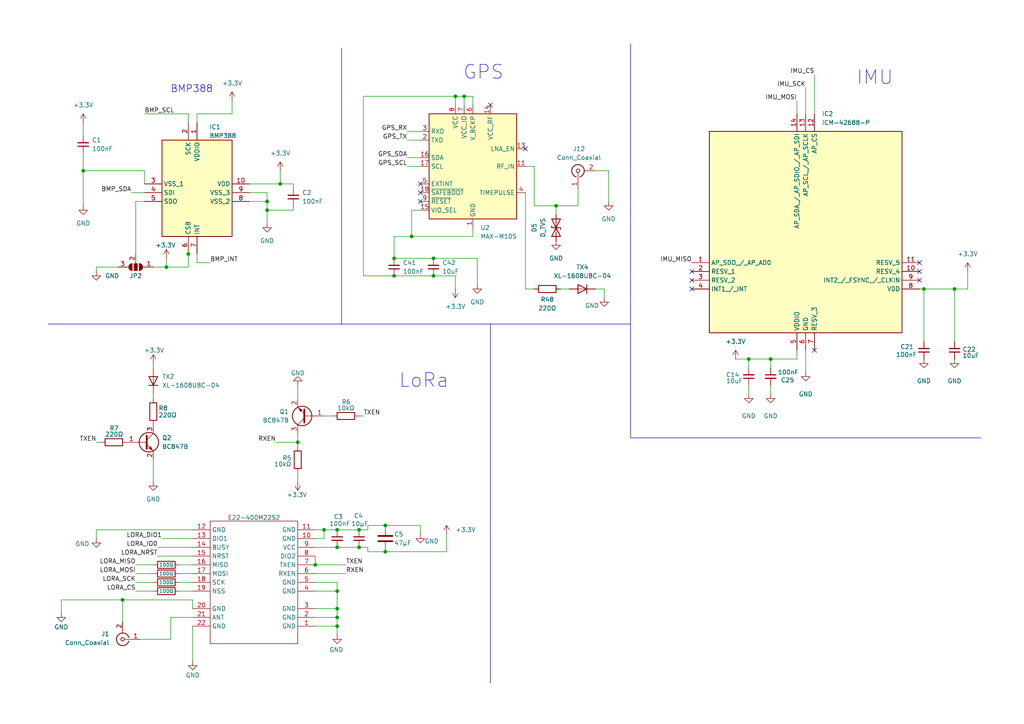
<source format=kicad_sch>
(kicad_sch (version 20250114) (generator "eeschema") (generator_version "9.0")
  (paper "A4")
  (lib_symbols
    (symbol "BMP388:BMP388"
      (property "Reference" "IC" (at 26.67 17.78 0))
      (property "Value" "BMP388" (at 26.67 15.24 0))
      (symbol "BMP388_1_1"
        (rectangle (start 5.08 12.7) (end 25.4 -15.24) (stroke (width 0.254)) (fill (type background)))
        (pin passive line (at 0 0 0) (length 5.08) (name "VSS_1") (number "3"))
        (pin passive line (at 0 -2.54 0) (length 5.08) (name "SDI") (number "4"))
        (pin passive line (at 0 -5.08 0) (length 5.08) (name "SDO") (number "5"))
        (pin passive line (at 12.7 17.78 270) (length 5.08) (name "SCK") (number "2"))
        (pin passive line (at 12.7 -20.32 90) (length 5.08) (name "CSB") (number "6"))
        (pin passive line (at 15.24 17.78 270) (length 5.08) (name "VDDIO") (number "1"))
        (pin passive line (at 15.24 -20.32 90) (length 5.08) (name "INT") (number "7"))
        (pin passive line (at 30.48 0 180) (length 5.08) (name "VDD") (number "10"))
        (pin passive line (at 30.48 -2.54 180) (length 5.08) (name "VSS_3") (number "9"))
        (pin passive line (at 30.48 -5.08 180) (length 5.08) (name "VSS_2") (number "8"))
      )
    )
    (symbol "Connector:Conn_Coaxial" (pin_names (offset 1.016) (hide yes))
      (property "Reference" "J" (at 0.254 3.048 0))
      (property "Value" "Conn_Coaxial" (at 2.921 0 90))
      (symbol "Conn_Coaxial_0_1"
        (polyline (pts (xy -2.54 0) (xy -0.508 0)))
        (arc (start 1.778 0) (mid 0.222 -1.8079) (end -1.778 -0.508) (stroke (width 0.254)))
        (arc (start -1.778 0.508) (mid 0.2221 1.8084) (end 1.778 0) (stroke (width 0.254)))
        (circle (center 0 0) (radius 0.508) (stroke (width 0.2032)))
        (polyline (pts (xy 0 -2.54) (xy 0 -1.778)))
      )
      (symbol "Conn_Coaxial_1_1"
        (pin passive line (at -5.08 0 0) (length 2.54) (name "In") (number "1"))
        (pin passive line (at 0 -5.08 90) (length 2.54) (name "Ext") (number "2"))
      )
    )
    (symbol "Device:C" (pin_numbers (hide yes)) (pin_names (offset 0.254))
      (property "Reference" "C" (at 0.635 2.54 0))
      (property "Value" "C" (at 0.635 -2.54 0))
      (symbol "C_0_1"
        (polyline (pts (xy -2.032 0.762) (xy 2.032 0.762)) (stroke (width 0.508)))
        (polyline (pts (xy -2.032 -0.762) (xy 2.032 -0.762)) (stroke (width 0.508)))
      )
      (symbol "C_1_1"
        (pin passive line (at 0 3.81 270) (length 2.794) (name "~") (number "1"))
        (pin passive line (at 0 -3.81 90) (length 2.794) (name "~") (number "2"))
      )
    )
    (symbol "Device:C_Small" (pin_numbers (hide yes)) (pin_names (offset 0.254) (hide yes))
      (property "Reference" "C" (at 0.254 1.778 0))
      (property "Value" "C_Small" (at 0.254 -2.032 0))
      (symbol "C_Small_0_1"
        (polyline (pts (xy -1.524 0.508) (xy 1.524 0.508)) (stroke (width 0.3048)))
        (polyline (pts (xy -1.524 -0.508) (xy 1.524 -0.508)) (stroke (width 0.3302)))
      )
      (symbol "C_Small_1_1"
        (pin passive line (at 0 2.54 270) (length 2.032) (name "~") (number "1"))
        (pin passive line (at 0 -2.54 90) (length 2.032) (name "~") (number "2"))
      )
    )
    (symbol "Device:D_TVS" (pin_numbers (hide yes)) (pin_names (offset 1.016) (hide yes))
      (property "Reference" "D" (at 0 2.54 0))
      (property "Value" "D_TVS" (at 0 -2.54 0))
      (symbol "D_TVS_0_1"
        (polyline (pts (xy -2.54 1.27) (xy -2.54 -1.27) (xy 2.54 1.27) (xy 2.54 -1.27) (xy -2.54 1.27)) (stroke (width 0.254)))
        (polyline (pts (xy 0.508 1.27) (xy 0 1.27) (xy 0 -1.27) (xy -0.508 -1.27)) (stroke (width 0.254)))
        (polyline (pts (xy 1.27 0) (xy -1.27 0)))
      )
      (symbol "D_TVS_1_1"
        (pin passive line (at -3.81 0 0) (length 2.54) (name "A1") (number "1"))
        (pin passive line (at 3.81 0 180) (length 2.54) (name "A2") (number "2"))
      )
    )
    (symbol "Device:R" (pin_numbers (hide yes)) (pin_names (offset 0))
      (property "Reference" "R" (at 2.032 0 90))
      (property "Value" "R" (at 0 0 90))
      (symbol "R_0_1"
        (rectangle (start -1.016 -2.54) (end 1.016 2.54) (stroke (width 0.254)))
      )
      (symbol "R_1_1"
        (pin passive line (at 0 3.81 270) (length 1.27) (name "~") (number "1"))
        (pin passive line (at 0 -3.81 90) (length 1.27) (name "~") (number "2"))
      )
    )
    (symbol "Diode:1SS355VM" (pin_numbers (hide yes)) (pin_names (hide yes))
      (property "Reference" "D" (at 0 2.54 0))
      (property "Value" "1SS355VM" (at 0 -2.54 0))
      (symbol "1SS355VM_0_1"
        (polyline (pts (xy -1.27 1.27) (xy -1.27 -1.27)) (stroke (width 0.254)))
        (polyline (pts (xy 1.27 1.27) (xy 1.27 -1.27) (xy -1.27 0) (xy 1.27 1.27)) (stroke (width 0.254)))
        (polyline (pts (xy 1.27 0) (xy -1.27 0)))
      )
      (symbol "1SS355VM_1_1"
        (pin passive line (at -3.81 0 0) (length 2.54) (name "K") (number "1"))
        (pin passive line (at 3.81 0 180) (length 2.54) (name "A") (number "2"))
      )
    )
    (symbol "ICM-42688-P:ICM-42688-P"
      (property "Reference" "IC" (at 62.23 43.18 0))
      (property "Value" "ICM-42688-P" (at 62.23 40.64 0))
      (symbol "ICM-42688-P_1_1"
        (rectangle (start 5.08 38.1) (end 60.96 -20.32) (stroke (width 0.254)) (fill (type background)))
        (pin passive line (at 0 0 0) (length 5.08) (name "AP_SDO_/_AP_AD0") (number "1"))
        (pin passive line (at 0 -2.54 0) (length 5.08) (name "RESV_1") (number "2"))
        (pin passive line (at 0 -5.08 0) (length 5.08) (name "RESV_2") (number "3"))
        (pin passive line (at 0 -7.62 0) (length 5.08) (name "INT1_/_INT") (number "4"))
        (pin passive line (at 30.48 43.18 270) (length 5.08) (name "AP_SDA_/_AP_SDIO_/_AP_SDI") (number "14"))
        (pin passive line (at 30.48 -25.4 90) (length 5.08) (name "VDDIO") (number "5"))
        (pin passive line (at 33.02 43.18 270) (length 5.08) (name "AP_SCL_/_AP_SCLK") (number "13"))
        (pin passive line (at 33.02 -25.4 90) (length 5.08) (name "GND") (number "6"))
        (pin passive line (at 35.56 43.18 270) (length 5.08) (name "AP_CS") (number "12"))
        (pin passive line (at 35.56 -25.4 90) (length 5.08) (name "RESV_3") (number "7"))
        (pin passive line (at 66.04 0 180) (length 5.08) (name "RESV_5") (number "11"))
        (pin passive line (at 66.04 -2.54 180) (length 5.08) (name "RESV_4") (number "10"))
        (pin passive line (at 66.04 -5.08 180) (length 5.08) (name "INT2_/_FSYNC_/_CLKIN") (number "9"))
        (pin passive line (at 66.04 -7.62 180) (length 5.08) (name "VDD") (number "8"))
      )
    )
    (symbol "Jumper:SolderJumper_3_Open" (pin_names (offset 0) (hide yes)) (in_bom no)
      (property "Reference" "JP" (at -2.54 -2.54 0))
      (property "Value" "SolderJumper_3_Open" (at 0 2.794 0))
      (symbol "SolderJumper_3_Open_0_1"
        (polyline (pts (xy -2.54 0) (xy -2.032 0)))
        (polyline (pts (xy -1.016 1.016) (xy -1.016 -1.016)))
        (arc (start -1.016 -1.016) (mid -2.0276 0) (end -1.016 1.016))
        (arc (start -1.016 -1.016) (mid -2.0276 0) (end -1.016 1.016) (fill (type outline)))
        (rectangle (start -0.508 1.016) (end 0.508 -1.016) (fill (type outline)))
        (polyline (pts (xy 0 -1.27) (xy 0 -1.016)))
        (arc (start 1.016 1.016) (mid 2.0276 0) (end 1.016 -1.016))
        (arc (start 1.016 1.016) (mid 2.0276 0) (end 1.016 -1.016) (fill (type outline)))
        (polyline (pts (xy 1.016 1.016) (xy 1.016 -1.016)))
        (polyline (pts (xy 2.54 0) (xy 2.032 0)))
      )
      (symbol "SolderJumper_3_Open_1_1"
        (pin passive line (at -5.08 0 0) (length 2.54) (name "A") (number "1"))
        (pin passive line (at 0 -3.81 90) (length 2.54) (name "C") (number "2"))
        (pin passive line (at 5.08 0 180) (length 2.54) (name "B") (number "3"))
      )
    )
    (symbol "My:E22-400M22S"
      (property "Reference" "U" (at 0 0 0))
      (symbol "E22-400M22S_0_1"
        (rectangle (start -12.7 17.78) (end 12.7 -17.78))
      )
      (symbol "E22-400M22S_1_1"
        (pin unspecified line (at -17.78 15.24 0) (length 5.08) (name "GND") (number "12"))
        (pin unspecified line (at -17.78 12.7 0) (length 5.08) (name "DIO1") (number "13"))
        (pin unspecified line (at -17.78 10.16 0) (length 5.08) (name "BUSY") (number "14"))
        (pin unspecified line (at -17.78 7.62 0) (length 5.08) (name "NRST") (number "15"))
        (pin unspecified line (at -17.78 5.08 0) (length 5.08) (name "MISO") (number "16"))
        (pin unspecified line (at -17.78 2.54 0) (length 5.08) (name "MOSI") (number "17"))
        (pin unspecified line (at -17.78 0 0) (length 5.08) (name "SCK") (number "18"))
        (pin unspecified line (at -17.78 -2.54 0) (length 5.08) (name "NSS") (number "19"))
        (pin unspecified line (at -17.78 -7.62 0) (length 5.08) (name "GND") (number "20"))
        (pin unspecified line (at -17.78 -10.16 0) (length 5.08) (name "ANT") (number "21"))
        (pin unspecified line (at -17.78 -12.7 0) (length 5.08) (name "GND") (number "22"))
        (pin unspecified line (at 17.78 15.24 180) (length 5.08) (name "GND") (number "11"))
        (pin unspecified line (at 17.78 12.7 180) (length 5.08) (name "GND") (number "10"))
        (pin unspecified line (at 17.78 10.16 180) (length 5.08) (name "VCC") (number "9"))
        (pin unspecified line (at 17.78 7.62 180) (length 5.08) (name "DIO2") (number "8"))
        (pin unspecified line (at 17.78 5.08 180) (length 5.08) (name "TXEN") (number "7"))
        (pin unspecified line (at 17.78 2.54 180) (length 5.08) (name "RXEN") (number "6"))
        (pin unspecified line (at 17.78 0 180) (length 5.08) (name "GND") (number "5"))
        (pin unspecified line (at 17.78 -2.54 180) (length 5.08) (name "GND") (number "4"))
        (pin unspecified line (at 17.78 -7.62 180) (length 5.08) (name "GND") (number "3"))
        (pin unspecified line (at 17.78 -10.16 180) (length 5.08) (name "GND") (number "2"))
        (pin unspecified line (at 17.78 -12.7 180) (length 5.08) (name "GND") (number "1"))
      )
    )
    (symbol "RF_GPS:MAX-M10S"
      (property "Reference" "U" (at -10.16 16.51 0))
      (property "Value" "MAX-M10S" (at 11.43 16.51 0))
      (symbol "MAX-M10S_0_1"
        (rectangle (start 12.7 15.24) (end -12.7 -15.24) (stroke (width 0.254)) (fill (type background)))
      )
      (symbol "MAX-M10S_1_1"
        (pin input line (at -15.24 10.16 0) (length 2.54) (name "RXD") (number "3"))
        (pin output line (at -15.24 7.62 0) (length 2.54) (name "TXD") (number "2"))
        (pin bidirectional line (at -15.24 2.54 0) (length 2.54) (name "SDA") (number "16"))
        (pin input line (at -15.24 0 0) (length 2.54) (name "SCL") (number "17"))
        (pin input line (at -15.24 -5.08 0) (length 2.54) (name "EXTINT") (number "5"))
        (pin input line (at -15.24 -7.62 0) (length 2.54) (name "~{SAFEBOOT}") (number "18"))
        (pin input line (at -15.24 -10.16 0) (length 2.54) (name "~{RESET}") (number "9"))
        (pin input line (at -15.24 -12.7 0) (length 2.54) (name "VIO_SEL") (number "15"))
        (pin power_in line (at -5.08 17.78 270) (length 2.54) (name "VCC") (number "8"))
        (pin power_in line (at -2.54 17.78 270) (length 2.54) (name "VCC_IO") (number "7"))
        (pin power_in line (at 0 17.78 270) (length 2.54) (name "V_BCKP") (number "6"))
        (pin power_in line (at 0 -17.78 90) (length 2.54) (name "GND") (number "1"))
        (pin passive line (at 0 -17.78 90) (length 2.54) (hide yes) (name "GND") (number "10"))
        (pin passive line (at 0 -17.78 90) (length 2.54) (hide yes) (name "GND") (number "12"))
        (pin power_out line (at 5.08 17.78 270) (length 2.54) (name "VCC_RF") (number "14"))
        (pin output line (at 15.24 5.08 180) (length 2.54) (name "LNA_EN") (number "13"))
        (pin input line (at 15.24 0 180) (length 2.54) (name "RF_IN") (number "11"))
        (pin output line (at 15.24 -7.62 180) (length 2.54) (name "TIMEPULSE") (number "4"))
      )
    )
    (symbol "Transistor_BJT:BC847" (pin_names (offset 0) (hide yes))
      (property "Reference" "Q" (at 5.08 1.905 0))
      (property "Value" "BC847" (at 5.08 0 0))
      (symbol "BC847_0_1"
        (polyline (pts (xy -2.54 0) (xy 0.635 0)))
        (polyline (pts (xy 0.635 1.905) (xy 0.635 -1.905)) (stroke (width 0.508)))
        (circle (center 1.27 0) (radius 2.8194) (stroke (width 0.254)))
      )
      (symbol "BC847_1_1"
        (polyline (pts (xy 0.635 0.635) (xy 2.54 2.54)))
        (polyline (pts (xy 0.635 -0.635) (xy 2.54 -2.54)))
        (polyline (pts (xy 1.27 -1.778) (xy 1.778 -1.27) (xy 2.286 -2.286) (xy 1.27 -1.778)) (fill (type outline)))
        (pin input line (at -5.08 0 0) (length 2.54) (name "B") (number "1"))
        (pin passive line (at 2.54 5.08 270) (length 2.54) (name "C") (number "3"))
        (pin passive line (at 2.54 -5.08 90) (length 2.54) (name "E") (number "2"))
      )
    )
    (symbol "power:+3.3V" (power) (pin_numbers (hide yes)) (pin_names (offset 0) (hide yes))
      (property "Value" "+3.3V" (at 0 3.556 0))
      (symbol "+3.3V_0_1"
        (polyline (pts (xy -0.762 1.27) (xy 0 2.54)))
        (polyline (pts (xy 0 2.54) (xy 0.762 1.27)))
        (polyline (pts (xy 0 0) (xy 0 2.54)))
      )
      (symbol "+3.3V_1_1"
        (pin power_in line (at 0 0 90) (length 0) (name "~") (number "1"))
      )
    )
    (symbol "power:GND" (power) (pin_numbers (hide yes)) (pin_names (offset 0) (hide yes))
      (property "Value" "GND" (at 0 -3.81 0))
      (symbol "GND_0_1"
        (polyline (pts (xy 0 0) (xy 0 -1.27) (xy 1.27 -1.27) (xy 0 -2.54) (xy -1.27 -1.27) (xy 0 -1.27)))
      )
      (symbol "GND_1_1"
        (pin power_in line (at 0 0 270) (length 0) (name "~") (number "1"))
      )
    )
  )
  (text "BMP388" (at 55.626 25.908 0) (effects (font (size 2.032 2.032))))
  (text "GPS" (at 140.208 21.082 0) (effects (font (size 4 4))))
  (text "IMU" (at 253.746 22.606 0) (effects (font (size 4 4))))
  (text "LoRa" (at 122.936 110.49 0) (effects (font (size 4 4))))
  (junction (at 267.97 83.82))
  (junction (at 97.79 179.07))
  (junction (at 111.76 152.4))
  (junction (at 223.52 104.14))
  (junction (at 48.26 77.47))
  (junction (at 132.08 27.94))
  (junction (at 119.38 68.58))
  (junction (at 114.3 74.93))
  (junction (at 77.47 60.96))
  (junction (at 104.14 153.67))
  (junction (at 125.73 80.01))
  (junction (at 97.79 176.53))
  (junction (at 134.62 27.94))
  (junction (at 91.44 163.83))
  (junction (at 104.14 158.75))
  (junction (at 97.79 181.61))
  (junction (at 125.73 74.93))
  (junction (at 54.61 73.66))
  (junction (at 97.79 153.67))
  (junction (at 35.56 173.99))
  (junction (at 81.28 53.34))
  (junction (at 24.13 49.53))
  (junction (at 217.17 104.14))
  (junction (at 161.29 59.69))
  (junction (at 93.98 153.67))
  (junction (at 276.86 83.82))
  (junction (at 86.36 128.27))
  (junction (at 77.47 58.42))
  (junction (at 97.79 158.75))
  (junction (at 111.76 160.02))
  (junction (at 97.79 171.45))
  (junction (at 114.3 80.01))
  (no_connect (at 266.7 81.28))
  (no_connect (at 121.92 53.34))
  (no_connect (at 152.4 43.18))
  (no_connect (at 121.92 58.42))
  (no_connect (at 142.24 30.48))
  (no_connect (at 121.92 55.88))
  (no_connect (at 266.7 76.2))
  (no_connect (at 236.22 101.6))
  (no_connect (at 200.66 83.82))
  (no_connect (at 200.66 81.28))
  (no_connect (at 266.7 78.74))
  (no_connect (at 200.66 78.74))
  (wire (pts (xy 39.37 73.66) (xy 39.37 58.42)))
  (wire (pts (xy 40.64 185.42) (xy 49.53 185.42)))
  (wire (pts (xy 106.68 152.4) (xy 111.76 152.4)))
  (wire (pts (xy 91.44 163.83) (xy 100.33 163.83)))
  (wire (pts (xy 27.94 128.27) (xy 29.21 128.27)))
  (wire (pts (xy 85.09 53.34) (xy 81.28 53.34)))
  (wire (pts (xy 152.4 83.82) (xy 154.94 83.82)))
  (wire (pts (xy 175.26 83.82) (xy 172.72 83.82)))
  (wire (pts (xy 129.54 160.02) (xy 111.76 160.02)))
  (wire (pts (xy 134.62 27.94) (xy 137.16 27.94)))
  (polyline (pts (xy 99.06 93.98) (xy 99.06 13.97)))
  (wire (pts (xy 154.94 48.26) (xy 154.94 59.69)))
  (wire (pts (xy 97.79 171.45) (xy 97.79 176.53)))
  (wire (pts (xy 41.91 33.02) (xy 54.61 33.02)))
  (wire (pts (xy 97.79 153.67) (xy 104.14 153.67)))
  (wire (pts (xy 114.3 74.93) (xy 114.3 68.58)))
  (wire (pts (xy 104.14 153.67) (xy 106.68 153.67)))
  (wire (pts (xy 54.61 33.02) (xy 54.61 35.56)))
  (wire (pts (xy 34.29 77.47) (xy 27.94 77.47)))
  (wire (pts (xy 49.53 179.07) (xy 55.88 179.07)))
  (wire (pts (xy 91.44 153.67) (xy 93.98 153.67)))
  (wire (pts (xy 57.15 73.66) (xy 57.15 76.2)))
  (wire (pts (xy 280.67 78.74) (xy 280.67 83.82)))
  (wire (pts (xy 35.56 173.99) (xy 35.56 180.34)))
  (polyline (pts (xy 142.24 198.12) (xy 142.24 93.98)))
  (wire (pts (xy 167.64 54.61) (xy 167.64 59.69)))
  (wire (pts (xy 97.79 176.53) (xy 97.79 179.07)))
  (wire (pts (xy 267.97 83.82) (xy 276.86 83.82)))
  (wire (pts (xy 267.97 83.82) (xy 267.97 99.06)))
  (wire (pts (xy 57.15 33.02) (xy 67.31 33.02)))
  (wire (pts (xy 24.13 44.45) (xy 24.13 49.53)))
  (wire (pts (xy 121.92 60.96) (xy 119.38 60.96)))
  (wire (pts (xy 152.4 55.88) (xy 152.4 83.82)))
  (wire (pts (xy 24.13 59.69) (xy 24.13 49.53)))
  (wire (pts (xy 17.78 173.99) (xy 17.78 177.8)))
  (wire (pts (xy 231.14 101.6) (xy 231.14 104.14)))
  (wire (pts (xy 233.68 107.95) (xy 233.68 101.6)))
  (wire (pts (xy 39.37 58.42) (xy 41.91 58.42)))
  (wire (pts (xy 24.13 49.53) (xy 41.91 49.53)))
  (wire (pts (xy 217.17 104.14) (xy 213.36 104.14)))
  (wire (pts (xy 223.52 104.14) (xy 217.17 104.14)))
  (wire (pts (xy 236.22 21.59) (xy 236.22 33.02)))
  (wire (pts (xy 67.31 33.02) (xy 67.31 29.21)))
  (wire (pts (xy 52.07 166.37) (xy 55.88 166.37)))
  (wire (pts (xy 125.73 74.93) (xy 138.43 74.93)))
  (wire (pts (xy 57.15 35.56) (xy 57.15 33.02)))
  (wire (pts (xy 52.07 163.83) (xy 55.88 163.83)))
  (wire (pts (xy 134.62 27.94) (xy 134.62 30.48)))
  (wire (pts (xy 97.79 158.75) (xy 104.14 158.75)))
  (wire (pts (xy 132.08 27.94) (xy 132.08 30.48)))
  (wire (pts (xy 118.11 48.26) (xy 121.92 48.26)))
  (wire (pts (xy 39.37 166.37) (xy 44.45 166.37)))
  (wire (pts (xy 39.37 168.91) (xy 44.45 168.91)))
  (wire (pts (xy 106.68 158.75) (xy 106.68 160.02)))
  (polyline (pts (xy 284.48 127) (xy 182.88 127)))
  (wire (pts (xy 175.26 86.36) (xy 175.26 83.82)))
  (wire (pts (xy 233.68 25.4) (xy 233.68 33.02)))
  (wire (pts (xy 118.11 38.1) (xy 121.92 38.1)))
  (wire (pts (xy 38.1 55.88) (xy 41.91 55.88)))
  (wire (pts (xy 93.98 153.67) (xy 97.79 153.67)))
  (wire (pts (xy 118.11 40.64) (xy 121.92 40.64)))
  (wire (pts (xy 104.14 120.65) (xy 105.41 120.65)))
  (wire (pts (xy 72.39 53.34) (xy 81.28 53.34)))
  (wire (pts (xy 81.28 49.53) (xy 81.28 53.34)))
  (wire (pts (xy 118.11 45.72) (xy 121.92 45.72)))
  (wire (pts (xy 132.08 80.01) (xy 132.08 83.82)))
  (wire (pts (xy 223.52 111.76) (xy 223.52 114.3)))
  (wire (pts (xy 119.38 60.96) (xy 119.38 68.58)))
  (wire (pts (xy 44.45 105.41) (xy 44.45 106.68)))
  (wire (pts (xy 111.76 152.4) (xy 121.92 152.4)))
  (wire (pts (xy 55.88 176.53) (xy 55.88 173.99)))
  (wire (pts (xy 161.29 59.69) (xy 167.64 59.69)))
  (wire (pts (xy 52.07 168.91) (xy 55.88 168.91)))
  (wire (pts (xy 114.3 80.01) (xy 125.73 80.01)))
  (wire (pts (xy 77.47 58.42) (xy 77.47 60.96)))
  (wire (pts (xy 85.09 54.61) (xy 85.09 53.34)))
  (wire (pts (xy 55.88 153.67) (xy 27.94 153.67)))
  (wire (pts (xy 176.53 49.53) (xy 176.53 58.42)))
  (wire (pts (xy 105.41 80.01) (xy 114.3 80.01)))
  (wire (pts (xy 97.79 179.07) (xy 97.79 181.61)))
  (wire (pts (xy 165.1 83.82) (xy 162.56 83.82)))
  (wire (pts (xy 91.44 156.21) (xy 93.98 156.21)))
  (wire (pts (xy 91.44 161.29) (xy 91.44 163.83)))
  (wire (pts (xy 57.15 76.2) (xy 60.96 76.2)))
  (wire (pts (xy 45.72 158.75) (xy 55.88 158.75)))
  (wire (pts (xy 91.44 176.53) (xy 97.79 176.53)))
  (wire (pts (xy 52.07 171.45) (xy 55.88 171.45)))
  (wire (pts (xy 137.16 27.94) (xy 137.16 30.48)))
  (wire (pts (xy 24.13 35.56) (xy 24.13 39.37)))
  (wire (pts (xy 132.08 27.94) (xy 134.62 27.94)))
  (wire (pts (xy 48.26 74.93) (xy 48.26 77.47)))
  (wire (pts (xy 91.44 166.37) (xy 100.33 166.37)))
  (wire (pts (xy 106.68 153.67) (xy 106.68 152.4)))
  (wire (pts (xy 44.45 77.47) (xy 48.26 77.47)))
  (wire (pts (xy 106.68 160.02) (xy 111.76 160.02)))
  (wire (pts (xy 266.7 83.82) (xy 267.97 83.82)))
  (wire (pts (xy 217.17 111.76) (xy 217.17 114.3)))
  (wire (pts (xy 72.39 58.42) (xy 77.47 58.42)))
  (wire (pts (xy 86.36 128.27) (xy 86.36 129.54)))
  (wire (pts (xy 72.39 55.88) (xy 77.47 55.88)))
  (wire (pts (xy 41.91 49.53) (xy 41.91 53.34)))
  (wire (pts (xy 154.94 59.69) (xy 161.29 59.69)))
  (wire (pts (xy 137.16 68.58) (xy 137.16 66.04)))
  (wire (pts (xy 77.47 58.42) (xy 77.47 55.88)))
  (polyline (pts (xy 99.06 93.98) (xy 13.97 93.98)))
  (wire (pts (xy 223.52 104.14) (xy 231.14 104.14)))
  (wire (pts (xy 231.14 29.21) (xy 231.14 33.02)))
  (wire (pts (xy 91.44 168.91) (xy 97.79 168.91)))
  (wire (pts (xy 85.09 60.96) (xy 77.47 60.96)))
  (wire (pts (xy 39.37 163.83) (xy 44.45 163.83)))
  (wire (pts (xy 91.44 181.61) (xy 97.79 181.61)))
  (wire (pts (xy 172.72 49.53) (xy 176.53 49.53)))
  (wire (pts (xy 280.67 83.82) (xy 276.86 83.82)))
  (wire (pts (xy 223.52 104.14) (xy 223.52 106.68)))
  (wire (pts (xy 85.09 60.96) (xy 85.09 59.69)))
  (wire (pts (xy 80.01 128.27) (xy 86.36 128.27)))
  (wire (pts (xy 77.47 60.96) (xy 77.47 64.77)))
  (wire (pts (xy 97.79 181.61) (xy 97.79 184.15)))
  (wire (pts (xy 104.14 158.75) (xy 106.68 158.75)))
  (wire (pts (xy 86.36 111.76) (xy 86.36 115.57)))
  (wire (pts (xy 105.41 27.94) (xy 105.41 80.01)))
  (wire (pts (xy 129.54 154.94) (xy 129.54 160.02)))
  (wire (pts (xy 105.41 27.94) (xy 132.08 27.94)))
  (wire (pts (xy 114.3 74.93) (xy 125.73 74.93)))
  (polyline (pts (xy 142.24 93.98) (xy 99.06 93.98)))
  (wire (pts (xy 152.4 48.26) (xy 154.94 48.26)))
  (wire (pts (xy 17.78 173.99) (xy 35.56 173.99)))
  (polyline (pts (xy 182.88 127) (xy 182.88 12.7)))
  (wire (pts (xy 91.44 179.07) (xy 97.79 179.07)))
  (wire (pts (xy 93.98 156.21) (xy 93.98 153.67)))
  (wire (pts (xy 121.92 152.4) (xy 121.92 154.94)))
  (wire (pts (xy 49.53 179.07) (xy 49.53 185.42)))
  (wire (pts (xy 161.29 59.69) (xy 161.29 62.23)))
  (wire (pts (xy 39.37 171.45) (xy 44.45 171.45)))
  (wire (pts (xy 44.45 133.35) (xy 44.45 139.7)))
  (wire (pts (xy 48.26 77.47) (xy 54.61 77.47)))
  (wire (pts (xy 45.72 161.29) (xy 55.88 161.29)))
  (polyline (pts (xy 182.88 93.98) (xy 142.24 93.98)))
  (wire (pts (xy 54.61 71.12) (xy 54.61 73.66)))
  (wire (pts (xy 27.94 156.21) (xy 27.94 153.67)))
  (wire (pts (xy 44.45 114.3) (xy 44.45 115.57)))
  (wire (pts (xy 97.79 168.91) (xy 97.79 171.45)))
  (wire (pts (xy 125.73 80.01) (xy 132.08 80.01)))
  (wire (pts (xy 54.61 73.66) (xy 54.61 77.47)))
  (wire (pts (xy 217.17 104.14) (xy 217.17 106.68)))
  (wire (pts (xy 35.56 173.99) (xy 55.88 173.99)))
  (wire (pts (xy 138.43 74.93) (xy 138.43 82.55)))
  (wire (pts (xy 276.86 83.82) (xy 276.86 99.06)))
  (wire (pts (xy 86.36 128.27) (xy 86.36 125.73)))
  (wire (pts (xy 114.3 68.58) (xy 119.38 68.58)))
  (wire (pts (xy 86.36 139.7) (xy 86.36 137.16)))
  (wire (pts (xy 119.38 68.58) (xy 137.16 68.58)))
  (wire (pts (xy 55.88 181.61) (xy 55.88 191.77)))
  (wire (pts (xy 91.44 171.45) (xy 97.79 171.45)))
  (wire (pts (xy 93.98 120.65) (xy 96.52 120.65)))
  (wire (pts (xy 91.44 158.75) (xy 97.79 158.75)))
  (wire (pts (xy 46.99 156.21) (xy 55.88 156.21)))
  (wire (pts (xy 27.94 78.74) (xy 27.94 77.47)))
  (label "LORA_CS" (at 39.37 171.45 180))
  (label "LORA_DIO1" (at 46.99 156.21 180))
  (label "BMP_SDA" (at 38.1 55.88 180))
  (label "IMU_MOSI" (at 231.14 29.21 180))
  (label "LORA_SCK" (at 39.37 168.91 180))
  (label "GPS_SDA" (at 118.11 45.72 180))
  (label "RXEN" (at 100.33 166.37 0))
  (label "BMP_INT" (at 60.96 76.2 0))
  (label "TXEN" (at 105.41 120.65 0))
  (label "IMU_SCK" (at 233.68 25.4 180))
  (label "BMP_SCL" (at 41.91 33.02 0))
  (label "IMU_CS" (at 236.22 21.59 180))
  (label "GPS_RX" (at 118.11 38.1 180))
  (label "GPS_SCL" (at 118.11 48.26 180))
  (label "IMU_MISO" (at 200.66 76.2 180))
  (label "RXEN" (at 80.01 128.27 180))
  (label "TXEN" (at 27.94 128.27 180))
  (label "LORA_MOSI" (at 39.37 166.37 180))
  (label "LORA_MISO" (at 39.37 163.83 180))
  (label "LORA_IO0" (at 45.72 158.75 180))
  (label "LORA_NRST" (at 45.72 161.29 180))
  (label "TXEN" (at 100.33 163.83 0))
  (label "GPS_TX" (at 118.11 40.64 180))
  (symbol (lib_id "Transistor_BJT:BC847") (at 88.9 120.65 180) (unit 1)
    (property "Reference" "Q1" (at 83.82 119.3799 0) (effects (justify left)))
    (property "Value" "BC847B" (at 83.82 121.9199 0) (effects (justify left)))
    (property "Footprint" "Package_TO_SOT_SMD:SOT-23" (effects (hide yes)))
    (property "Datasheet" "http://www.infineon.com/dgdl/Infineon-BC847SERIES_BC848SERIES_BC849SERIES_BC850SERIES-DS-v01_01-en.pdf?fileId=db3a304314dca389011541d4630a1657" (effects (hide yes)))
    (property "Description" "0.1A Ic, 45V Vce, NPN Transistor, SOT-23" (effects (hide yes)))
  )
  (symbol (lib_id "Connector:Conn_Coaxial") (at 35.56 185.42 180) (unit 1)
    (property "Reference" "J1" (at 31.75 183.8567 0) (effects (justify left)))
    (property "Value" "Conn_Coaxial" (at 31.75 186.3967 0) (effects (justify left)))
    (property "Footprint" "Connector_Coaxial:SMA_Molex_73251-2200_Horizontal" (effects (hide yes)))
    (property "Description" "coaxial connector (BNC, SMA, SMB, SMC, Cinch/RCA, LEMO, ...)" (effects (hide yes)))
  )
  (symbol (lib_id "power:GND") (at 161.29 69.85 0) (unit 1)
    (property "Reference" "#PWR091" (effects (hide yes)))
    (property "Value" "GND" (at 161.29 74.93 0))
    (property "Description" "Power symbol creates a global label with name \"GND\" , ground" (effects (hide yes)))
  )
  (symbol (lib_id "power:GND") (at 267.97 104.14 0) (unit 1)
    (property "Reference" "#PWR053" (effects (hide yes)))
    (property "Value" "GND" (at 267.97 110.49 0))
    (property "Description" "Power symbol creates a global label with name \"GND\" , ground" (effects (hide yes)))
  )
  (symbol (lib_id "power:GND") (at 27.94 78.74 0) (unit 1)
    (property "Reference" "#PWR03" (effects (hide yes)))
    (property "Value" "GND" (at 30.48 80.0099 0) (effects (justify left)))
    (property "Description" "Power symbol creates a global label with name \"GND\" , ground" (effects (hide yes)))
  )
  (symbol (lib_id "Jumper:SolderJumper_3_Open") (at 39.37 77.47 180) (unit 1) (in_bom no)
    (property "Reference" "JP2" (at 39.37 80.01 0))
    (property "Value" "SolderJumper_3_Open" (effects (hide yes)))
    (property "Footprint" "Jumper:SolderJumper-3_P1.3mm_Open_Pad1.0x1.5mm" (effects (hide yes)))
    (property "Description" "Solder Jumper, 3-pole, open" (effects (hide yes)))
  )
  (symbol (lib_id "Device:R") (at 33.02 128.27 270) (unit 1)
    (property "Reference" "R7" (at 31.75 124.206 90) (effects (justify left)))
    (property "Value" "220Ω" (at 30.48 125.984 90) (effects (justify left)))
    (property "Footprint" "Resistor_SMD:R_0402_1005Metric" (effects (hide yes)))
    (property "Description" "Resistor" (effects (hide yes)))
  )
  (symbol (lib_id "Device:C") (at 111.76 156.21 0) (unit 1)
    (property "Reference" "C5" (at 114.3 154.94 0) (effects (justify left)))
    (property "Value" "47 µF" (at 114.3 157.48 0) (effects (justify left)))
    (property "Footprint" "Capacitor_SMD:C_1206_3216Metric" (effects (hide yes)))
    (property "Description" "Unpolarized capacitor" (effects (hide yes)))
  )
  (symbol (lib_id "Device:R") (at 48.26 168.91 90) (unit 1)
    (property "Reference" "R3" (effects (hide yes)))
    (property "Value" "100Ω" (at 48.26 168.91 90) (effects (font (size 1.016 1.016))))
    (property "Footprint" "Resistor_SMD:R_0402_1005Metric" (effects (hide yes)))
    (property "Description" "Resistor" (effects (hide yes)))
  )
  (symbol (lib_id "Device:R") (at 48.26 166.37 90) (unit 1)
    (property "Reference" "R2" (effects (hide yes)))
    (property "Value" "100Ω" (at 48.26 166.37 90) (effects (font (size 1.016 1.016))))
    (property "Footprint" "Resistor_SMD:R_0402_1005Metric" (effects (hide yes)))
    (property "Description" "Resistor" (effects (hide yes)))
  )
  (symbol (lib_id "Device:C_Small") (at 114.3 77.47 180) (unit 1)
    (property "Reference" "C41" (at 116.84 76.1935 0) (effects (justify right)))
    (property "Value" "100nF" (at 116.84 78.7335 0) (effects (justify right)))
    (property "Footprint" "Capacitor_SMD:C_0402_1005Metric" (effects (hide yes)))
    (property "Description" "Unpolarized capacitor, small symbol" (effects (hide yes)))
  )
  (symbol (lib_id "Diode:1SS355VM") (at 44.45 110.49 90) (unit 1)
    (property "Reference" "TX2" (at 46.99 109.2199 90) (effects (justify right)))
    (property "Value" "XL-1608UBC-04" (at 46.99 111.7599 90) (effects (justify right)))
    (property "Footprint" "LED_SMD:LED_0603_1608Metric" (effects (hide yes)))
    (property "Datasheet" "https://fscdn.rohm.com/en/products/databook/datasheet/discrete/diode/switching/1ss355vmte-17-e.pdf" (effects (hide yes)))
    (property "Description" "90V 0.1A high speed switching Diode, SOD-323F" (effects (hide yes)))
    (property "Sim.Device" "D" (effects (hide yes)))
    (property "Sim.Pins" "1=K 2=A" (effects (hide yes)))
  )
  (symbol (lib_id "Transistor_BJT:BC847") (at 41.91 128.27 0) (unit 1)
    (property "Reference" "Q2" (at 46.99 126.9999 0) (effects (justify left)))
    (property "Value" "BC847B" (at 46.99 129.5399 0) (effects (justify left)))
    (property "Footprint" "Package_TO_SOT_SMD:SOT-23" (effects (hide yes)))
    (property "Datasheet" "http://www.infineon.com/dgdl/Infineon-BC847SERIES_BC848SERIES_BC849SERIES_BC850SERIES-DS-v01_01-en.pdf?fileId=db3a304314dca389011541d4630a1657" (effects (hide yes)))
    (property "Description" "0.1A Ic, 45V Vce, NPN Transistor, SOT-23" (effects (hide yes)))
  )
  (symbol (lib_id "Connector:Conn_Coaxial") (at 167.64 49.53 90) (unit 1)
    (property "Reference" "J12" (at 167.9332 43.18 90))
    (property "Value" "Conn_Coaxial" (at 167.9332 45.72 90))
    (property "Footprint" "Connector_Coaxial:SMA_Molex_73251-2200_Horizontal" (effects (hide yes)))
    (property "Description" "coaxial connector (BNC, SMA, SMB, SMC, Cinch/RCA, LEMO, ...)" (effects (hide yes)))
  )
  (symbol (lib_id "BMP388:BMP388") (at 41.91 53.34 0) (unit 1)
    (property "Reference" "IC1" (at 60.706 36.83 0) (effects (justify left)))
    (property "Value" "BMP388" (at 60.706 39.37 0) (effects (justify left)))
    (property "Footprint" "BMP388" (effects (hide yes)))
    (property "Datasheet" "https://ae-bst.resource.bosch.com/media/_tech/media/datasheets/BST-BMP388-DS001.pdf" (effects (hide yes)))
    (property "Description" "Board Mount Pressure Sensors MEMS Absolute Barometric Pressure Sensor" (effects (hide yes)))
    (property "Height" "0.8" (effects (hide yes)))
    (property "Manufacturer_Name" "BOSCH" (effects (hide yes)))
    (property "Manufacturer_Part_Number" "BMP388" (effects (hide yes)))
  )
  (symbol (lib_id "power:GND") (at 27.94 156.21 0) (unit 1)
    (property "Reference" "#PWR09" (effects (hide yes)))
    (property "Value" "GND" (at 21.844 157.734 0) (effects (justify left)))
    (property "Description" "Power symbol creates a global label with name \"GND\" , ground" (effects (hide yes)))
  )
  (symbol (lib_id "Device:R") (at 86.36 133.35 180) (unit 1)
    (property "Reference" "R5" (at 84.582 132.842 0) (effects (justify left)))
    (property "Value" "10kΩ" (at 84.582 134.6199 0) (effects (justify left)))
    (property "Footprint" "Resistor_SMD:R_0402_1005Metric" (effects (hide yes)))
    (property "Description" "Resistor" (effects (hide yes)))
  )
  (symbol (lib_id "power:GND") (at 77.47 64.77 0) (unit 1)
    (property "Reference" "#PWR06" (effects (hide yes)))
    (property "Value" "GND" (at 77.47 69.85 0))
    (property "Description" "Power symbol creates a global label with name \"GND\" , ground" (effects (hide yes)))
  )
  (symbol (lib_id "Device:C_Small") (at 85.09 57.15 180) (unit 1)
    (property "Reference" "C2" (at 87.63 55.8735 0) (effects (justify right)))
    (property "Value" "100nF" (at 87.63 58.4135 0) (effects (justify right)))
    (property "Footprint" "Capacitor_SMD:C_0402_1005Metric" (effects (hide yes)))
    (property "Description" "Unpolarized capacitor, small symbol" (effects (hide yes)))
  )
  (symbol (lib_id "power:GND") (at 86.36 111.76 180) (unit 1)
    (property "Reference" "#PWR010" (effects (hide yes)))
    (property "Value" "GND" (at 84.328 108.204 0) (effects (justify right)))
    (property "Description" "Power symbol creates a global label with name \"GND\" , ground" (effects (hide yes)))
  )
  (symbol (lib_id "power:GND") (at 233.68 107.95 0) (unit 1)
    (property "Reference" "#PWR047" (effects (hide yes)))
    (property "Value" "GND" (at 233.68 114.3 0))
    (property "Description" "Power symbol creates a global label with name \"GND\" , ground" (effects (hide yes)))
  )
  (symbol (lib_id "My:E22-400M22S") (at 73.66 168.91 0) (unit 1)
    (property "Reference" "E22-400M22S2" (at 73.66 150.114 0))
    (property "Footprint" "E22-400M22S:E22-400M22S" (effects (hide yes)))
  )
  (symbol (lib_id "power:GND") (at 175.26 86.36 0) (unit 1)
    (property "Reference" "#PWR092" (effects (hide yes)))
    (property "Value" "GND" (at 169.672 88.646 0) (effects (justify left)))
    (property "Description" "Power symbol creates a global label with name \"GND\" , ground" (effects (hide yes)))
  )
  (symbol (lib_id "Device:R") (at 100.33 120.65 270) (unit 1)
    (property "Reference" "R6" (at 99.06 116.586 90) (effects (justify left)))
    (property "Value" "10kΩ" (at 97.79 118.364 90) (effects (justify left)))
    (property "Footprint" "Resistor_SMD:R_0402_1005Metric" (effects (hide yes)))
    (property "Description" "Resistor" (effects (hide yes)))
  )
  (symbol (lib_id "Device:R") (at 48.26 163.83 90) (unit 1)
    (property "Reference" "R1" (effects (hide yes)))
    (property "Value" "100Ω" (at 48.26 163.83 90) (effects (font (size 1.016 1.016))))
    (property "Footprint" "Resistor_SMD:R_0402_1005Metric" (effects (hide yes)))
    (property "Description" "Resistor" (effects (hide yes)))
  )
  (symbol (lib_id "Device:C_Small") (at 24.13 41.91 180) (unit 1)
    (property "Reference" "C1" (at 26.67 40.6335 0) (effects (justify right)))
    (property "Value" "100nF" (at 26.67 43.1735 0) (effects (justify right)))
    (property "Footprint" "Capacitor_SMD:C_0402_1005Metric" (effects (hide yes)))
    (property "Description" "Unpolarized capacitor, small symbol" (effects (hide yes)))
  )
  (symbol (lib_id "Diode:1SS355VM") (at 168.91 83.82 180) (unit 1)
    (property "Reference" "TX4" (at 168.91 77.47 0))
    (property "Value" "XL-1608UBC-04" (at 168.91 80.01 0))
    (property "Footprint" "LED_SMD:LED_0603_1608Metric" (effects (hide yes)))
    (property "Datasheet" "https://fscdn.rohm.com/en/products/databook/datasheet/discrete/diode/switching/1ss355vmte-17-e.pdf" (effects (hide yes)))
    (property "Description" "90V 0.1A high speed switching Diode, SOD-323F" (effects (hide yes)))
    (property "Sim.Device" "D" (effects (hide yes)))
    (property "Sim.Pins" "1=K 2=A" (effects (hide yes)))
  )
  (symbol (lib_id "power:+3.3V") (at 48.26 74.93 0) (unit 1)
    (property "Reference" "#PWR04" (effects (hide yes)))
    (property "Value" "+3.3V" (at 48.006 71.12 0))
    (property "Description" "Power symbol creates a global label with name \"+3.3V\"" (effects (hide yes)))
  )
  (symbol (lib_id "Device:R") (at 158.75 83.82 270) (unit 1)
    (property "Reference" "R48" (at 158.75 86.868 90))
    (property "Value" "220Ω" (at 158.75 89.408 90))
    (property "Footprint" "Resistor_SMD:R_0402_1005Metric" (effects (hide yes)))
    (property "Description" "Resistor" (effects (hide yes)))
  )
  (symbol (lib_id "power:+3.3V") (at 129.54 154.94 0) (unit 1)
    (property "Reference" "#PWR017" (effects (hide yes)))
    (property "Value" "+3.3V" (at 132.08 153.6699 0) (effects (justify left)))
    (property "Description" "Power symbol creates a global label with name \"+3.3V\"" (effects (hide yes)))
  )
  (symbol (lib_id "power:GND") (at 138.43 82.55 0) (unit 1)
    (property "Reference" "#PWR083" (effects (hide yes)))
    (property "Value" "GND" (at 138.43 87.63 0))
    (property "Description" "Power symbol creates a global label with name \"GND\" , ground" (effects (hide yes)))
  )
  (symbol (lib_id "Device:C_Small") (at 267.97 101.6 180) (unit 1)
    (property "Reference" "C21" (at 261.112 100.584 0) (effects (justify right)))
    (property "Value" "100nF" (at 259.842 102.87 0) (effects (justify right)))
    (property "Footprint" "Capacitor_SMD:C_0402_1005Metric" (effects (hide yes)))
    (property "Description" "Unpolarized capacitor, small symbol" (effects (hide yes)))
  )
  (symbol (lib_id "Device:C_Small") (at 217.17 109.22 180) (unit 1)
    (property "Reference" "C14" (at 210.566 108.712 0) (effects (justify right)))
    (property "Value" "10uF" (at 210.566 110.49 0) (effects (justify right)))
    (property "Footprint" "Capacitor_SMD:C_0402_1005Metric" (effects (hide yes)))
    (property "Description" "Unpolarized capacitor, small symbol" (effects (hide yes)))
  )
  (symbol (lib_id "power:GND") (at 121.92 154.94 0) (unit 1)
    (property "Reference" "#PWR016" (effects (hide yes)))
    (property "Value" "GND" (at 127.254 156.972 0) (effects (justify right)))
    (property "Description" "Power symbol creates a global label with name \"GND\" , ground" (effects (hide yes)))
  )
  (symbol (lib_id "Device:C_Small") (at 223.52 109.22 0) (unit 1)
    (property "Reference" "C25" (at 230.378 110.236 0) (effects (justify right)))
    (property "Value" "100nF" (at 231.648 107.95 0) (effects (justify right)))
    (property "Footprint" "Capacitor_SMD:C_0402_1005Metric" (effects (hide yes)))
    (property "Description" "Unpolarized capacitor, small symbol" (effects (hide yes)))
  )
  (symbol (lib_id "power:+3.3V") (at 67.31 29.21 0) (unit 1)
    (property "Reference" "#PWR05" (effects (hide yes)))
    (property "Value" "+3.3V" (at 67.31 24.13 0))
    (property "Description" "Power symbol creates a global label with name \"+3.3V\"" (effects (hide yes)))
  )
  (symbol (lib_id "power:+3.3V") (at 44.45 105.41 0) (unit 1)
    (property "Reference" "#PWR014" (effects (hide yes)))
    (property "Value" "+3.3V" (at 44.704 101.6 0))
    (property "Description" "Power symbol creates a global label with name \"+3.3V\"" (effects (hide yes)))
  )
  (symbol (lib_id "Device:D_TVS") (at 161.29 66.04 90) (unit 1)
    (property "Reference" "D5" (at 154.94 66.04 0))
    (property "Value" "D_TVS" (at 157.48 66.04 0))
    (property "Footprint" "Diode_SMD:D_SOD-523" (effects (hide yes)))
    (property "Description" "Bidirectional transient-voltage-suppression diode" (effects (hide yes)))
  )
  (symbol (lib_id "power:+3.3V") (at 24.13 35.56 0) (unit 1)
    (property "Reference" "#PWR01" (effects (hide yes)))
    (property "Value" "+3.3V" (at 24.13 30.48 0))
    (property "Description" "Power symbol creates a global label with name \"+3.3V\"" (effects (hide yes)))
  )
  (symbol (lib_id "Device:C_Small") (at 276.86 101.6 180) (unit 1)
    (property "Reference" "C22" (at 279.146 101.346 0) (effects (justify right)))
    (property "Value" "10uF" (at 279.146 103.124 0) (effects (justify right)))
    (property "Footprint" "Capacitor_SMD:C_0402_1005Metric" (effects (hide yes)))
    (property "Description" "Unpolarized capacitor, small symbol" (effects (hide yes)))
  )
  (symbol (lib_id "Device:C_Small") (at 104.14 156.21 0) (unit 1)
    (property "Reference" "C4" (at 102.616 149.606 0) (effects (justify left)))
    (property "Value" "10µF" (at 101.854 151.892 0) (effects (justify left)))
    (property "Footprint" "Capacitor_SMD:C_0402_1005Metric" (effects (hide yes)))
    (property "Description" "Unpolarized capacitor, small symbol" (effects (hide yes)))
  )
  (symbol (lib_id "power:GND") (at 55.88 191.77 0) (unit 1)
    (property "Reference" "#PWR012" (effects (hide yes)))
    (property "Value" "GND" (at 53.848 195.834 0) (effects (justify left)))
    (property "Description" "Power symbol creates a global label with name \"GND\" , ground" (effects (hide yes)))
  )
  (symbol (lib_id "power:GND") (at 217.17 114.3 0) (unit 1)
    (property "Reference" "#PWR027" (effects (hide yes)))
    (property "Value" "GND" (at 217.17 120.65 0))
    (property "Description" "Power symbol creates a global label with name \"GND\" , ground" (effects (hide yes)))
  )
  (symbol (lib_id "Device:C_Small") (at 97.79 156.21 0) (unit 1)
    (property "Reference" "C3" (at 96.774 149.86 0) (effects (justify left)))
    (property "Value" "100nF" (at 95.504 151.892 0) (effects (justify left)))
    (property "Footprint" "Capacitor_SMD:C_0402_1005Metric" (effects (hide yes)))
    (property "Description" "Unpolarized capacitor, small symbol" (effects (hide yes)))
  )
  (symbol (lib_id "power:+3.3V") (at 132.08 83.82 180) (unit 1)
    (property "Reference" "#PWR082" (effects (hide yes)))
    (property "Value" "+3.3V" (at 132.08 88.9 0))
    (property "Description" "Power symbol creates a global label with name \"+3.3V\"" (effects (hide yes)))
  )
  (symbol (lib_id "power:GND") (at 97.79 184.15 0) (unit 1)
    (property "Reference" "#PWR013" (effects (hide yes)))
    (property "Value" "GND" (at 97.536 188.468 0))
    (property "Description" "Power symbol creates a global label with name \"GND\" , ground" (effects (hide yes)))
  )
  (symbol (lib_id "power:GND") (at 44.45 139.7 0) (unit 1)
    (property "Reference" "#PWR015" (effects (hide yes)))
    (property "Value" "GND" (at 44.45 144.78 0))
    (property "Description" "Power symbol creates a global label with name \"GND\" , ground" (effects (hide yes)))
  )
  (symbol (lib_id "power:GND") (at 276.86 104.14 0) (unit 1)
    (property "Reference" "#PWR054" (effects (hide yes)))
    (property "Value" "GND" (at 276.86 110.49 0))
    (property "Description" "Power symbol creates a global label with name \"GND\" , ground" (effects (hide yes)))
  )
  (symbol (lib_id "power:+3.3V") (at 280.67 78.74 0) (unit 1)
    (property "Reference" "#PWR049" (effects (hide yes)))
    (property "Value" "+3.3V" (at 280.67 73.66 0))
    (property "Description" "Power symbol creates a global label with name \"+3.3V\"" (effects (hide yes)))
  )
  (symbol (lib_id "power:+3.3V") (at 86.36 139.7 180) (unit 1)
    (property "Reference" "#PWR011" (effects (hide yes)))
    (property "Value" "+3.3V" (at 86.106 143.51 0))
    (property "Description" "Power symbol creates a global label with name \"+3.3V\"" (effects (hide yes)))
  )
  (symbol (lib_id "Device:R") (at 48.26 171.45 90) (unit 1)
    (property "Reference" "R4" (effects (hide yes)))
    (property "Value" "100Ω" (at 48.26 171.45 90) (effects (font (size 1.016 1.016))))
    (property "Footprint" "Resistor_SMD:R_0402_1005Metric" (effects (hide yes)))
    (property "Description" "Resistor" (effects (hide yes)))
  )
  (symbol (lib_id "RF_GPS:MAX-M10S") (at 137.16 48.26 0) (unit 1)
    (property "Reference" "U2" (at 139.3033 66.04 0) (effects (justify left)))
    (property "Value" "MAX-M10S" (at 139.3033 68.58 0) (effects (justify left)))
    (property "Footprint" "MAX-M10S:MAXM10M00B" (effects (hide yes)))
    (property "Datasheet" "https://content.u-blox.com/sites/default/files/MAX-M10S_DataSheet_UBX-20035208.pdf" (effects (hide yes)))
    (property "Description" "GNSS Module MAX M10, VCC 1.65V to 3.6V" (effects (hide yes)))
  )
  (symbol (lib_id "power:+3.3V") (at 213.36 104.14 0) (unit 1)
    (property "Reference" "#PWR050" (effects (hide yes)))
    (property "Value" "+3.3V" (at 213.36 99.06 0))
    (property "Description" "Power symbol creates a global label with name \"+3.3V\"" (effects (hide yes)))
  )
  (symbol (lib_id "ICM-42688-P:ICM-42688-P") (at 200.66 76.2 0) (unit 1)
    (property "Reference" "IC2" (at 238.3633 33.02 0) (effects (justify left)))
    (property "Value" "ICM-42688-P" (at 238.3633 35.56 0) (effects (justify left)))
    (property "Footprint" "ICM-42688-P:IIM42352" (effects (hide yes)))
    (property "Datasheet" "https://3cfeqx1hf82y3xcoull08ihx-wpengine.netdna-ssl.com/wp-content/uploads/2021/06/DS-000347-ICM-42688-P-v1.5.pdf" (effects (hide yes)))
    (property "Description" "IMU (Inertial Measurement Unit), 6-Axis, Accelerometer, Gyroscope" (effects (hide yes)))
    (property "Mouser Part Number" "410-ICM-42688-P" (effects (hide yes)))
    (property "Mouser Price/Stock" "https://www.mouser.co.uk/ProductDetail/TDK-InvenSense/ICM-42688-P?qs=OlC7AqGiEDk8QrNAV728zw%3D%3D" (effects (hide yes)))
    (property "Manufacturer_Name" "TDK" (effects (hide yes)))
    (property "Manufacturer_Part_Number" "ICM-42688-P" (effects (hide yes)))
  )
  (symbol (lib_id "power:GND") (at 176.53 58.42 0) (unit 1)
    (property "Reference" "#PWR089" (effects (hide yes)))
    (property "Value" "GND" (at 176.53 63.5 0))
    (property "Description" "Power symbol creates a global label with name \"GND\" , ground" (effects (hide yes)))
  )
  (symbol (lib_id "power:GND") (at 17.78 177.8 0) (unit 1)
    (property "Reference" "#PWR08" (effects (hide yes)))
    (property "Value" "GND" (at 15.748 181.864 0) (effects (justify left)))
    (property "Description" "Power symbol creates a global label with name \"GND\" , ground" (effects (hide yes)))
  )
  (symbol (lib_id "power:GND") (at 223.52 114.3 0) (unit 1)
    (property "Reference" "#PWR028" (effects (hide yes)))
    (property "Value" "GND" (at 223.52 120.65 0))
    (property "Description" "Power symbol creates a global label with name \"GND\" , ground" (effects (hide yes)))
  )
  (symbol (lib_id "power:+3.3V") (at 81.28 49.53 0) (unit 1)
    (property "Reference" "#PWR07" (effects (hide yes)))
    (property "Value" "+3.3V" (at 81.28 44.45 0))
    (property "Description" "Power symbol creates a global label with name \"+3.3V\"" (effects (hide yes)))
  )
  (symbol (lib_id "Device:C_Small") (at 125.73 77.47 180) (unit 1)
    (property "Reference" "C42" (at 128.27 76.1935 0) (effects (justify right)))
    (property "Value" "10uF" (at 128.27 78.7335 0) (effects (justify right)))
    (property "Footprint" "Capacitor_SMD:C_0603_1608Metric" (effects (hide yes)))
    (property "Description" "Unpolarized capacitor, small symbol" (effects (hide yes)))
  )
  (symbol (lib_id "power:GND") (at 24.13 59.69 0) (unit 1)
    (property "Reference" "#PWR02" (effects (hide yes)))
    (property "Value" "GND" (at 24.13 64.77 0))
    (property "Description" "Power symbol creates a global label with name \"GND\" , ground" (effects (hide yes)))
  )
  (symbol (lib_id "Device:R") (at 44.45 119.38 0) (unit 1)
    (property "Reference" "R8" (at 45.974 118.364 0) (effects (justify left)))
    (property "Value" "220Ω" (at 45.974 120.396 0) (effects (justify left)))
    (property "Footprint" "Resistor_SMD:R_0402_1005Metric" (effects (hide yes)))
    (property "Description" "Resistor" (effects (hide yes)))
  )
)
</source>
